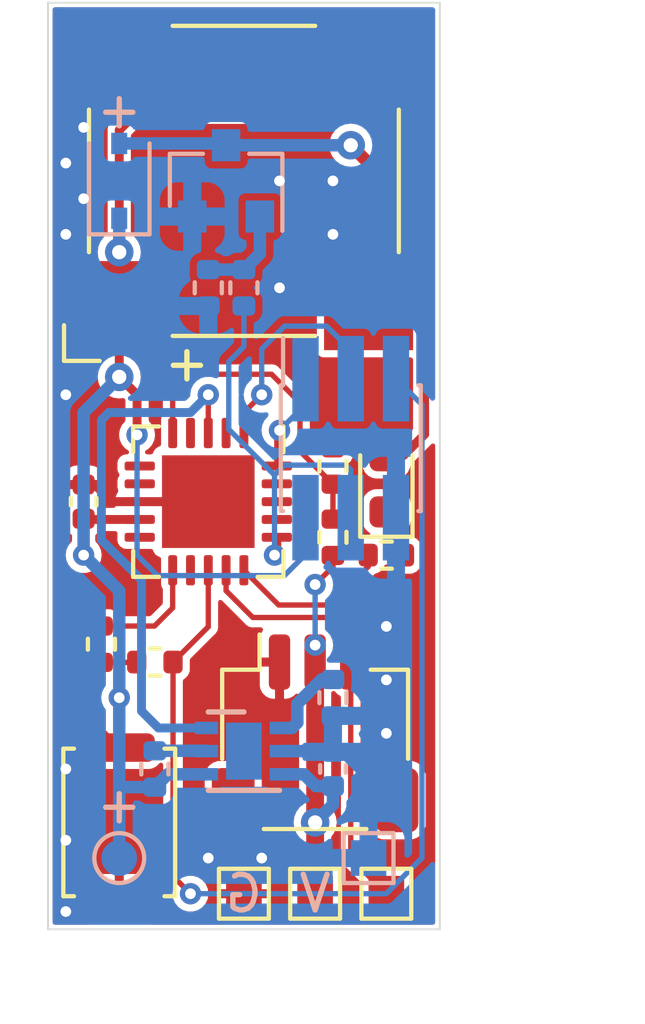
<source format=kicad_pcb>
(kicad_pcb (version 20211014) (generator pcbnew)
  (layers (0 "F.Cu" signal) (31 "B.Cu" signal) (34 "B.Paste" user) (35 "F.Paste" user) (36 "B.SilkS" user "B.Silkscreen") (37 "F.SilkS" user "F.Silkscreen") (38 "B.Mask" user) (39 "F.Mask" user) (44 "Edge.Cuts" user))
  (net 0 "")
  (net 1 "Net-(BZ1-Pad2)")
  (net 2 "VDD")
  (net 3 "GND")
  (net 4 "VCC")
  (net 5 "Net-(D2-Pad1)")
  (net 6 "/PA5_MISO")
  (net 7 "/PA4_SCK")
  (net 8 "/PA6_MOSI")
  (net 9 "/RST")
  (net 10 "/PB2_BZ-")
  (net 11 "Net-(Q1-Pad1)")
  (net 12 "Net-(R3-Pad1)")
  (net 13 "/PA3_SW")
  (net 14 "Net-(R7-Pad1)")
  (net 15 "Net-(R8-Pad1)")
  (net 16 "Net-(R9-Pad1)")
  (net 17 "/~{CHRG}")
  (net 18 "Net-(U1-Pad4)")
  (net 19 "Net-(U1-Pad6)")
  (net 20 "Net-(U1-Pad7)")
  (net 21 "Net-(U1-Pad10)")
  (net 22 "Net-(U1-Pad12)")
  (net 23 "Net-(U1-Pad17)")
  (net 24 "Net-(U1-Pad18)")
  (net 25 "Net-(U1-Pad19)")
  (net 26 "Net-(U1-Pad2)")
  (footprint "Buzzer_Beeper:MagneticBuzzer_CUI_CMT-8504-100-SMT" (layer "F.Cu") (at 160.5 94 90)
    (fp_text reference "BZ1" hide)
    (fp_text value "MLT-8530")
    (fp_text user "+" (at -5.1 -1.6 180) (layer "F.SilkS"))
    (fp_line (start -2 4.35) (end 2 4.35) (layer "F.SilkS") (width 0.12))
    (fp_line (start -5.05 -4.05) (end -5.05 -5.05) (layer "F.SilkS") (width 0.12))
    (fp_line (start -5.05 -5.05) (end -4.05 -5.05) (layer "F.SilkS") (width 0.12))
    (fp_line (start 2 -4.35) (end -2 -4.35) (layer "F.SilkS") (width 0.12))
    (fp_line (start -4.35 -2) (end -4.35 2) (layer "F.SilkS") (width 0.12))
    (fp_line (start 4.35 2) (end 4.35 -2) (layer "F.SilkS") (width 0.12))
    (pad "1" smd rect (at -3.5 -3.5) (size 2.5 2.5) (layers "F.Cu" "F.Paste" "F.Mask") (net 2 "VDD"))
    (pad "2" smd rect (at -3.5 3.5) (size 2.5 2.5) (layers "F.Cu" "F.Paste" "F.Mask") (net 1 "Net-(BZ1-Pad2)"))
    (pad "3" smd rect (at 3.5 3.5) (size 2.5 2.5) (layers "F.Cu" "F.Paste" "F.Mask"))
    (pad "4" smd rect (at 3.5 -3.5) (size 2.5 2.5) (layers "F.Cu" "F.Paste" "F.Mask"))
  )
  (footprint "Capacitor_SMD:C_0402_1005Metric" (layer "F.Cu") (at 156 103 -90)
    (fp_text reference "C1")
    (fp_text value "100nF")
    (fp_line (start -0.107836 0.36) (end 0.107836 0.36) (layer "F.SilkS") (width 0.12))
    (fp_line (start -0.107836 -0.36) (end 0.107836 -0.36) (layer "F.SilkS") (width 0.12))
    (pad "1" smd roundrect locked (at -0.48 0 270) (size 0.56 0.62) (layers "F.Cu" "F.Paste" "F.Mask") (net 3 "GND"))
    (pad "2" smd roundrect locked (at 0.48 0 270) (size 0.56 0.62) (layers "F.Cu" "F.Paste" "F.Mask") (net 2 "VDD"))
  )
  (footprint "LED_SMD:LED_0603_1608Metric" (layer "F.Cu") (at 164.5 102.5 90)
    (fp_text reference "D2")
    (fp_text value "LED")
    (fp_line (start -1.485 0.735) (end 0.8 0.735) (layer "F.SilkS") (width 0.12))
    (fp_line (start -1.485 -0.735) (end -1.485 0.735) (layer "F.SilkS") (width 0.12))
    (fp_line (start 0.8 -0.735) (end -1.485 -0.735) (layer "F.SilkS") (width 0.12))
    (pad "1" smd roundrect locked (at -0.7875 0 90) (size 0.875 0.95) (layers "F.Cu" "F.Paste" "F.Mask") (net 5 "Net-(D2-Pad1)"))
    (pad "2" smd roundrect locked (at 0.7875 0 90) (size 0.875 0.95) (layers "F.Cu" "F.Paste" "F.Mask") (net 2 "VDD"))
  )
  (footprint "TestPoint:TestPoint_Pad_1.0x1.0mm" (layer "F.Cu") (at 162.5 114)
    (fp_text reference "J2")
    (fp_text value "V")
    (fp_line (start -0.7 0.7) (end -0.7 -0.7) (layer "F.SilkS") (width 0.12))
    (fp_line (start 0.7 0.7) (end -0.7 0.7) (layer "F.SilkS") (width 0.12))
    (fp_line (start -0.7 -0.7) (end 0.7 -0.7) (layer "F.SilkS") (width 0.12))
    (fp_line (start 0.7 -0.7) (end 0.7 0.7) (layer "F.SilkS") (width 0.12))
    (pad "1" smd rect locked (at 0 0) (size 1 1) (layers "F.Cu" "F.Mask") (net 4 "VCC"))
  )
  (footprint "TestPoint:TestPoint_Pad_1.0x1.0mm" (layer "F.Cu") (at 160.5 114)
    (fp_text reference "J3")
    (fp_text value "G")
    (fp_line (start 0.7 0.7) (end -0.7 0.7) (layer "F.SilkS") (width 0.12))
    (fp_line (start 0.7 -0.7) (end 0.7 0.7) (layer "F.SilkS") (width 0.12))
    (fp_line (start -0.7 0.7) (end -0.7 -0.7) (layer "F.SilkS") (width 0.12))
    (fp_line (start -0.7 -0.7) (end 0.7 -0.7) (layer "F.SilkS") (width 0.12))
    (pad "1" smd rect locked (at 0 0) (size 1 1) (layers "F.Cu" "F.Mask") (net 3 "GND"))
  )
  (footprint "TestPoint:TestPoint_Pad_1.0x1.0mm" (layer "F.Cu") (at 164.5 114)
    (fp_text reference "J4")
    (fp_text value "BZ")
    (fp_line (start 0.7 -0.7) (end 0.7 0.7) (layer "F.SilkS") (width 0.12))
    (fp_line (start 0.7 0.7) (end -0.7 0.7) (layer "F.SilkS") (width 0.12))
    (fp_line (start -0.7 0.7) (end -0.7 -0.7) (layer "F.SilkS") (width 0.12))
    (fp_line (start -0.7 -0.7) (end 0.7 -0.7) (layer "F.SilkS") (width 0.12))
    (pad "1" smd rect locked (at 0 0) (size 1 1) (layers "F.Cu" "F.Mask") (net 10 "/PB2_BZ-"))
  )
  (footprint "Resistor_SMD:R_0402_1005Metric" (layer "F.Cu") (at 163 104 -90)
    (fp_text reference "R3")
    (fp_text value "100k")
    (fp_line (start -0.153641 -0.38) (end 0.153641 -0.38) (layer "F.SilkS") (width 0.12))
    (fp_line (start -0.153641 0.38) (end 0.153641 0.38) (layer "F.SilkS") (width 0.12))
    (pad "1" smd roundrect locked (at -0.51 0 270) (size 0.54 0.64) (layers "F.Cu" "F.Paste" "F.Mask") (net 12 "Net-(R3-Pad1)"))
    (pad "2" smd roundrect locked (at 0.51 0 270) (size 0.54 0.64) (layers "F.Cu" "F.Paste" "F.Mask") (net 4 "VCC"))
  )
  (footprint "Resistor_SMD:R_0402_1005Metric" (layer "F.Cu") (at 163 102 -90)
    (fp_text reference "R4")
    (fp_text value "10k")
    (fp_line (start -0.153641 -0.38) (end 0.153641 -0.38) (layer "F.SilkS") (width 0.12))
    (fp_line (start -0.153641 0.38) (end 0.153641 0.38) (layer "F.SilkS") (width 0.12))
    (pad "1" smd roundrect locked (at -0.51 0 270) (size 0.54 0.64) (layers "F.Cu" "F.Paste" "F.Mask") (net 3 "GND"))
    (pad "2" smd roundrect locked (at 0.51 0 270) (size 0.54 0.64) (layers "F.Cu" "F.Paste" "F.Mask") (net 12 "Net-(R3-Pad1)"))
  )
  (footprint "Resistor_SMD:R_0402_1005Metric" (layer "F.Cu") (at 158 107.5)
    (fp_text reference "R5")
    (fp_text value "10k")
    (fp_line (start -0.153641 -0.38) (end 0.153641 -0.38) (layer "F.SilkS") (width 0.12))
    (fp_line (start -0.153641 0.38) (end 0.153641 0.38) (layer "F.SilkS") (width 0.12))
    (pad "1" smd roundrect locked (at -0.51 0) (size 0.54 0.64) (layers "F.Cu" "F.Paste" "F.Mask") (net 2 "VDD"))
    (pad "2" smd roundrect locked (at 0.51 0) (size 0.54 0.64) (layers "F.Cu" "F.Paste" "F.Mask") (net 9 "/RST"))
  )
  (footprint "Resistor_SMD:R_0402_1005Metric" (layer "F.Cu") (at 156.5 107 -90)
    (fp_text reference "R6")
    (fp_text value "10k")
    (fp_line (start -0.153641 -0.38) (end 0.153641 -0.38) (layer "F.SilkS") (width 0.12))
    (fp_line (start -0.153641 0.38) (end 0.153641 0.38) (layer "F.SilkS") (width 0.12))
    (pad "1" smd roundrect locked (at -0.51 0 270) (size 0.54 0.64) (layers "F.Cu" "F.Paste" "F.Mask") (net 13 "/PA3_SW"))
    (pad "2" smd roundrect locked (at 0.51 0 270) (size 0.54 0.64) (layers "F.Cu" "F.Paste" "F.Mask") (net 2 "VDD"))
  )
  (footprint "Resistor_SMD:R_0402_1005Metric" (layer "F.Cu") (at 164.5 104.5)
    (fp_text reference "R7" hide)
    (fp_text value "100")
    (fp_line (start -0.153641 -0.38) (end 0.153641 -0.38) (layer "F.SilkS") (width 0.12))
    (fp_line (start -0.153641 0.38) (end 0.153641 0.38) (layer "F.SilkS") (width 0.12))
    (pad "1" smd roundrect locked (at -0.51 0) (size 0.54 0.64) (layers "F.Cu" "F.Paste" "F.Mask") (net 14 "Net-(R7-Pad1)"))
    (pad "2" smd roundrect locked (at 0.51 0) (size 0.54 0.64) (layers "F.Cu" "F.Paste" "F.Mask") (net 5 "Net-(D2-Pad1)"))
  )
  (footprint "Button_Switch_SMD:SW_Push_SPST_NO_Alps_SKRK" (layer "F.Cu") (at 157 112 -90)
    (fp_text reference "SW1")
    (fp_text value "BTN")
    (fp_line (start -2.07 -1.57) (end 2.07 -1.57) (layer "F.SilkS") (width 0.12))
    (fp_line (start -2.07 -1.27) (end -2.07 -1.57) (layer "F.SilkS") (width 0.12))
    (fp_line (start -2.07 1.57) (end -2.07 1.27) (layer "F.SilkS") (width 0.12))
    (fp_line (start 2.07 -1.57) (end 2.07 -1.27) (layer "F.SilkS") (width 0.12))
    (fp_line (start 2.07 1.57) (end -2.07 1.57) (layer "F.SilkS") (width 0.12))
    (fp_line (start 2.07 1.27) (end 2.07 1.57) (layer "F.SilkS") (width 0.12))
    (pad "1" smd roundrect locked (at -2.1 0 270) (size 0.8 2) (layers "F.Cu" "F.Paste" "F.Mask") (net 13 "/PA3_SW"))
    (pad "2" smd roundrect locked (at 2.1 0 270) (size 0.8 2) (layers "F.Cu" "F.Paste" "F.Mask") (net 3 "GND"))
  )
  (footprint "Package_DFN_QFN:QFN-20-1EP_4x4mm_P0.5mm_EP2.6x2.6mm" (layer "F.Cu") (at 159.5 103 -90)
    (fp_text reference "U1")
    (fp_text value "ATtiny24A-MU")
    (fp_line (start 2.11 2.11) (end 2.11 1.385) (layer "F.SilkS") (width 0.12))
    (fp_line (start 1.385 2.11) (end 2.11 2.11) (layer "F.SilkS") (width 0.12))
    (fp_line (start 1.385 -2.11) (end 2.11 -2.11) (layer "F.SilkS") (width 0.12))
    (fp_line (start -1.385 -2.11) (end -2.11 -2.11) (layer "F.SilkS") (width 0.12))
    (fp_line (start -1.385 2.11) (end -2.11 2.11) (layer "F.SilkS") (width 0.12))
    (fp_line (start -2.11 2.11) (end -2.11 1.385) (layer "F.SilkS") (width 0.12))
    (fp_line (start 2.11 -2.11) (end 2.11 -1.385) (layer "F.SilkS") (width 0.12))
    (pad "1" smd roundrect locked (at -1.925 -1 270) (size 0.85 0.25) (layers "F.Cu" "F.Paste" "F.Mask") (net 7 "/PA4_SCK"))
    (pad "2" smd roundrect locked (at -1.925 -0.5 270) (size 0.85 0.25) (layers "F.Cu" "F.Paste" "F.Mask") (net 26 "Net-(U1-Pad2)"))
    (pad "3" smd roundrect locked (at -1.925 0 270) (size 0.85 0.25) (layers "F.Cu" "F.Paste" "F.Mask") (net 17 "/~{CHRG}"))
    (pad "4" smd roundrect locked (at -1.925 0.5 270) (size 0.85 0.25) (layers "F.Cu" "F.Paste" "F.Mask") (net 18 "Net-(U1-Pad4)"))
    (pad "5" smd roundrect locked (at -1.925 1 270) (size 0.85 0.25) (layers "F.Cu" "F.Paste" "F.Mask") (net 12 "Net-(R3-Pad1)"))
    (pad "6" smd roundrect locked (at -1 1.925 270) (size 0.25 0.85) (layers "F.Cu" "F.Paste" "F.Mask") (net 19 "Net-(U1-Pad6)"))
    (pad "7" smd roundrect locked (at -0.5 1.925 270) (size 0.25 0.85) (layers "F.Cu" "F.Paste" "F.Mask") (net 20 "Net-(U1-Pad7)"))
    (pad "8" smd roundrect locked (at 0 1.925 270) (size 0.25 0.85) (layers "F.Cu" "F.Paste" "F.Mask") (net 3 "GND"))
    (pad "9" smd roundrect locked (at 0.5 1.925 270) (size 0.25 0.85) (layers "F.Cu" "F.Paste" "F.Mask") (net 2 "VDD"))
    (pad "10" smd roundrect locked (at 1 1.925 270) (size 0.25 0.85) (layers "F.Cu" "F.Paste" "F.Mask") (net 21 "Net-(U1-Pad10)"))
    (pad "11" smd roundrect locked (at 1.925 1 270) (size 0.85 0.25) (layers "F.Cu" "F.Paste" "F.Mask") (net 13 "/PA3_SW"))
    (pad "12" smd roundrect locked (at 1.925 0.5 270) (size 0.85 0.25) (layers "F.Cu" "F.Paste" "F.Mask") (net 22 "Net-(U1-Pad12)"))
    (pad "13" smd roundrect locked (at 1.925 0 270) (size 0.85 0.25) (layers "F.Cu" "F.Paste" "F.Mask") (net 9 "/RST"))
    (pad "14" smd roundrect locked (at 1.925 -0.5 270) (size 0.85 0.25) (layers "F.Cu" "F.Paste" "F.Mask") (net 10 "/PB2_BZ-"))
    (pad "15" smd roundrect locked (at 1.925 -1 270) (size 0.85 0.25) (layers "F.Cu" "F.Paste" "F.Mask") (net 14 "Net-(R7-Pad1)"))
    (pad "16" smd roundrect locked (at 1 -1.925 270) (size 0.25 0.85) (layers "F.Cu" "F.Paste" "F.Mask") (net 8 "/PA6_MOSI"))
    (pad "17" smd roundrect locked (at 0.5 -1.925 270) (size 0.25 0.85) (layers "F.Cu" "F.Paste" "F.Mask") (net 23 "Net-(U1-Pad17)"))
    (pad "18" smd roundrect locked (at 0 -1.925 270) (size 0.25 0.85) (layers "F.Cu" "F.Paste" "F.Mask") (net 24 "Net-(U1-Pad18)"))
    (pad "19" smd roundrect locked (at -0.5 -1.925 270) (size 0.25 0.85) (layers "F.Cu" "F.Paste" "F.Mask") (net 25 "Net-(U1-Pad19)"))
    (pad "20" smd roundrect locked (at -1 -1.925 270) (size 0.25 0.85) (layers "F.Cu" "F.Paste" "F.Mask") (net 6 "/PA5_MISO"))
    (pad "21" smd rect locked (at 0 0 270) (size 2.6 2.6) (layers "F.Cu" "F.Mask") (net 3 "GND"))
  )
  (footprint "Connector_JST:JST_SH_SM03B-SRSS-TB_1x03-1MP_P1.00mm_Horizontal" (layer "F.Cu") (at 162.5 109.5)
    (fp_text reference "J5" hide)
    (fp_text value "BUZ")
    (fp_line (start -1.56 -1.785) (end -1.56 -2.775) (layer "F.SilkS") (width 0.12))
    (fp_line (start -1.44 2.685) (end 1.44 2.685) (layer "F.SilkS") (width 0.12))
    (fp_line (start -2.61 0.715) (end -2.61 -1.785) (layer "F.SilkS") (width 0.12))
    (fp_line (start 2.61 0.715) (end 2.61 -1.785) (layer "F.SilkS") (width 0.12))
    (fp_line (start 2.61 -1.785) (end 1.56 -1.785) (layer "F.SilkS") (width 0.12))
    (fp_line (start -2.61 -1.785) (end -1.56 -1.785) (layer "F.SilkS") (width 0.12))
    (pad "1" smd roundrect locked (at -1 -2) (size 0.6 1.55) (layers "F.Cu" "F.Paste" "F.Mask") (net 3 "GND"))
    (pad "2" smd roundrect locked (at 0 -2) (size 0.6 1.55) (layers "F.Cu" "F.Paste" "F.Mask") (net 4 "VCC"))
    (pad "3" smd roundrect locked (at 1 -2) (size 0.6 1.55) (layers "F.Cu" "F.Paste" "F.Mask") (net 10 "/PB2_BZ-"))
    (pad "MP" smd roundrect locked (at -2.3 1.875) (size 1.2 1.8) (layers "F.Cu" "F.Paste" "F.Mask") (roundrect_rratio 0.2083325))
    (pad "MP" smd roundrect locked (at 2.3 1.875) (size 1.2 1.8) (layers "F.Cu" "F.Paste" "F.Mask") (roundrect_rratio 0.2083325))
  )
  (footprint "Capacitor_SMD:C_0402_1005Metric" (layer "B.Cu") (at 163 110.5 -90)
    (fp_text reference "C2")
    (fp_text value "1uF")
    (fp_line (start -0.107836 -0.36) (end 0.107836 -0.36) (layer "B.SilkS") (width 0.12))
    (fp_line (start -0.107836 0.36) (end 0.107836 0.36) (layer "B.SilkS") (width 0.12))
    (pad "1" smd roundrect locked (at -0.48 0 270) (size 0.56 0.62) (layers "B.Cu" "B.Paste" "B.Mask") (net 3 "GND"))
    (pad "2" smd roundrect locked (at 0.48 0 270) (size 0.56 0.62) (layers "B.Cu" "B.Paste" "B.Mask") (net 4 "VCC"))
  )
  (footprint "Diode_SMD:D_SOD-323" (layer "B.Cu") (at 157 94 90)
    (fp_text reference "D1")
    (fp_text value "1N4007")
    (fp_line (start -1.5 -0.85) (end 1.05 -0.85) (layer "B.SilkS") (width 0.12))
    (fp_line (start -1.5 0.85) (end -1.5 -0.85) (layer "B.SilkS") (width 0.12))
    (fp_line (start -1.5 0.85) (end 1.05 0.85) (layer "B.SilkS") (width 0.12))
    (pad "1" smd rect locked (at -1.05 0 90) (size 0.6 0.45) (layers "B.Cu" "B.Paste" "B.Mask") (net 2 "VDD"))
    (pad "2" smd rect locked (at 1.05 0 90) (size 0.6 0.45) (layers "B.Cu" "B.Paste" "B.Mask") (net 1 "Net-(BZ1-Pad2)"))
  )
  (footprint "Connector_PinHeader_1.27mm:PinHeader_2x03_P1.27mm_Vertical_SMD" (layer "B.Cu") (at 163.5 101.5 -90)
    (fp_text reference "J1" hide)
    (fp_text value "ISP")
    (fp_line (start -1.765 -1.9) (end -1.765 -1.965) (layer "B.SilkS") (width 0.12))
    (fp_line (start -3.09 1.9) (end -1.765 1.9) (layer "B.SilkS") (width 0.12))
    (fp_line (start 1.765 -1.9) (end 1.765 -1.965) (layer "B.SilkS") (width 0.12))
    (fp_line (start -1.765 1.965) (end -1.765 1.9) (layer "B.SilkS") (width 0.12))
    (fp_line (start -1.765 -1.965) (end 1.765 -1.965) (layer "B.SilkS") (width 0.12))
    (fp_line (start -1.765 1.965) (end 1.765 1.965) (layer "B.SilkS") (width 0.12))
    (fp_line (start 1.765 1.965) (end 1.765 1.9) (layer "B.SilkS") (width 0.12))
    (pad "1" smd rect locked (at -1.95 1.27 270) (size 2.4 0.74) (layers "B.Cu" "B.Paste" "B.Mask") (net 6 "/PA5_MISO"))
    (pad "2" smd rect locked (at 1.95 1.27 270) (size 2.4 0.74) (layers "B.Cu" "B.Paste" "B.Mask") (net 2 "VDD"))
    (pad "3" smd rect locked (at -1.95 0 270) (size 2.4 0.74) (layers "B.Cu" "B.Paste" "B.Mask") (net 7 "/PA4_SCK"))
    (pad "4" smd rect locked (at 1.95 0 270) (size 2.4 0.74) (layers "B.Cu" "B.Paste" "B.Mask") (net 8 "/PA6_MOSI"))
    (pad "5" smd rect locked (at -1.95 -1.27 270) (size 2.4 0.74) (layers "B.Cu" "B.Paste" "B.Mask") (net 9 "/RST"))
    (pad "6" smd rect locked (at 1.95 -1.27 270) (size 2.4 0.74) (layers "B.Cu" "B.Paste" "B.Mask") (net 3 "GND"))
  )
  (footprint "TestPoint:TestPoint_Pad_D1.0mm" (layer "B.Cu") (at 157 113)
    (fp_text reference "J6")
    (fp_text value "B+")
    (fp_circle (center 0 0) (end 0 -0.7) (layer "B.SilkS") (width 0.12) (fill none))
    (pad "1" smd circle locked (at 0 0) (size 1 1) (layers "B.Cu" "B.Mask") (net 2 "VDD"))
  )
  (footprint "TestPoint:TestPoint_Pad_1.0x1.0mm" (layer "B.Cu") (at 164 113 180)
    (fp_text reference "J7")
    (fp_text value "B-")
    (fp_line (start 0.7 0.7) (end 0.7 -0.7) (layer "B.SilkS") (width 0.12))
    (fp_line (start -0.7 -0.7) (end -0.7 0.7) (layer "B.SilkS") (width 0.12))
    (fp_line (start -0.7 0.7) (end 0.7 0.7) (layer "B.SilkS") (width 0.12))
    (fp_line (start 0.7 -0.7) (end -0.7 -0.7) (layer "B.SilkS") (width 0.12))
    (pad "1" smd rect locked (at 0 0 180) (size 1 1) (layers "B.Cu" "B.Mask") (net 3 "GND"))
  )
  (footprint "Package_TO_SOT_SMD:SOT-23" (layer "B.Cu") (at 160 94 90)
    (fp_text reference "Q1")
    (fp_text value "2N7002")
    (fp_line (start 0.76 1.58) (end 0.76 0.65) (layer "B.SilkS") (width 0.12))
    (fp_line (start 0.76 -1.58) (end -0.7 -1.58) (layer "B.SilkS") (width 0.12))
    (fp_line (start 0.76 -1.58) (end 0.76 -0.65) (layer "B.SilkS") (width 0.12))
    (fp_line (start 0.76 1.58) (end -1.4 1.58) (layer "B.SilkS") (width 0.12))
    (pad "1" smd rect locked (at -1 0.95 90) (size 0.9 0.8) (layers "B.Cu" "B.Paste" "B.Mask") (net 11 "Net-(Q1-Pad1)"))
    (pad "2" smd rect locked (at -1 -0.95 90) (size 0.9 0.8) (layers "B.Cu" "B.Paste" "B.Mask") (net 3 "GND"))
    (pad "3" smd rect locked (at 1 0 90) (size 0.9 0.8) (layers "B.Cu" "B.Paste" "B.Mask") (net 1 "Net-(BZ1-Pad2)"))
  )
  (footprint "Resistor_SMD:R_0402_1005Metric" (layer "B.Cu") (at 160.5 97 -90)
    (fp_text reference "R1")
    (fp_text value "100")
    (fp_line (start -0.153641 0.38) (end 0.153641 0.38) (layer "B.SilkS") (width 0.12))
    (fp_line (start -0.153641 -0.38) (end 0.153641 -0.38) (layer "B.SilkS") (width 0.12))
    (pad "1" smd roundrect locked (at -0.51 0 270) (size 0.54 0.64) (layers "B.Cu" "B.Paste" "B.Mask") (net 11 "Net-(Q1-Pad1)"))
    (pad "2" smd roundrect locked (at 0.51 0 270) (size 0.54 0.64) (layers "B.Cu" "B.Paste" "B.Mask") (net 8 "/PA6_MOSI"))
  )
  (footprint "Resistor_SMD:R_0402_1005Metric" (layer "B.Cu") (at 159.5 97 -90)
    (fp_text reference "R2")
    (fp_text value "10k")
    (fp_line (start -0.153641 -0.38) (end 0.153641 -0.38) (layer "B.SilkS") (width 0.12))
    (fp_line (start -0.153641 0.38) (end 0.153641 0.38) (layer "B.SilkS") (width 0.12))
    (pad "1" smd roundrect locked (at -0.51 0 270) (size 0.54 0.64) (layers "B.Cu" "B.Paste" "B.Mask") (net 11 "Net-(Q1-Pad1)"))
    (pad "2" smd roundrect locked (at 0.51 0 270) (size 0.54 0.64) (layers "B.Cu" "B.Paste" "B.Mask") (net 3 "GND"))
  )
  (footprint "Resistor_SMD:R_0402_1005Metric" (layer "B.Cu") (at 158 110.5 -90)
    (fp_text reference "R9")
    (fp_text value "1M")
    (fp_line (start -0.153641 0.38) (end 0.153641 0.38) (layer "B.SilkS") (width 0.12))
    (fp_line (start -0.153641 -0.38) (end 0.153641 -0.38) (layer "B.SilkS") (width 0.12))
    (pad "1" smd roundrect locked (at -0.51 0 270) (size 0.54 0.64) (layers "B.Cu" "B.Paste" "B.Mask") (net 16 "Net-(R9-Pad1)"))
    (pad "2" smd roundrect locked (at 0.51 0 270) (size 0.54 0.64) (layers "B.Cu" "B.Paste" "B.Mask") (net 2 "VDD"))
  )
  (footprint "Package_DFN_QFN:DFN-6-1EP_2x2mm_P0.65mm_EP1x1.6mm" (layer "B.Cu") (at 160.5 110 180)
    (fp_text reference "U2")
    (fp_text value "LP4059")
    (fp_line (start 0 1.1) (end 1 1.1) (layer "B.SilkS") (width 0.15))
    (fp_line (start -1 -1.1) (end 1 -1.1) (layer "B.SilkS") (width 0.15))
    (pad "1" smd rect locked (at -1.05 0.65 180) (size 0.65 0.35) (layers "B.Cu" "B.Paste" "B.Mask") (net 15 "Net-(R8-Pad1)"))
    (pad "2" smd rect locked (at -1.05 0 180) (size 0.65 0.35) (layers "B.Cu" "B.Paste" "B.Mask") (net 3 "GND"))
    (pad "3" smd rect locked (at -1.05 -0.65 180) (size 0.65 0.35) (layers "B.Cu" "B.Paste" "B.Mask") (net 4 "VCC"))
    (pad "4" smd rect locked (at 1.05 -0.65 180) (size 0.65 0.35) (layers "B.Cu" "B.Paste" "B.Mask") (net 2 "VDD"))
    (pad "5" smd rect locked (at 1.05 0 180) (size 0.65 0.35) (layers "B.Cu" "B.Paste" "B.Mask") (net 16 "Net-(R9-Pad1)"))
    (pad "6" smd rect locked (at 1.05 0.65 180) (size 0.65 0.35) (layers "B.Cu" "B.Paste" "B.Mask") (net 17 "/~{CHRG}"))
    (pad "7" smd rect locked (at 0 0 180) (size 1 1.6) (layers "B.Cu" "B.Mask"))
  )
  (footprint "Resistor_SMD:R_0402_1005Metric" (layer "B.Cu") (at 163 108.5 -90)
    (fp_text reference "R8")
    (fp_text value "6.04k")
    (fp_line (start -0.153641 0.38) (end 0.153641 0.38) (layer "B.SilkS") (width 0.12))
    (fp_line (start -0.153641 -0.38) (end 0.153641 -0.38) (layer "B.SilkS") (width 0.12))
    (pad "1" smd roundrect locked (at -0.51 0 270) (size 0.54 0.64) (layers "B.Cu" "B.Paste" "B.Mask") (net 15 "Net-(R8-Pad1)"))
    (pad "2" smd roundrect locked (at 0.51 0 270) (size 0.54 0.64) (layers "B.Cu" "B.Paste" "B.Mask") (net 3 "GND"))
  )
  (gr_line (start 155 89) (end 155 115) (layer "Edge.Cuts") (width 0.05))
  (gr_line (start 166 89) (end 155 89) (layer "Edge.Cuts") (width 0.05))
  (gr_line (start 166 115) (end 166 89) (layer "Edge.Cuts") (width 0.05))
  (gr_line (start 155 115) (end 166 115) (layer "Edge.Cuts") (width 0.05))
  (gr_text "+" (at 157 92) (layer "B.SilkS") (effects (font (size 1 1)) (justify mirror)))
  (gr_text "G" (at 160.5 114) (layer "B.SilkS") (effects (font (size 1 1)) (justify mirror)))
  (gr_text "+" (at 157 111.5) (layer "B.SilkS") (effects (font (size 1 1)) (justify mirror)))
  (gr_text "V" (at 162.5 114) (layer "B.SilkS") (effects (font (size 1 1)) (justify mirror)))
  (segment (start 164 93.5) (end 163.5 93) (width 0.35) (layer "F.Cu") (net 1))
  (segment (start 164 97.5) (end 164 93.5) (width 0.35) (layer "F.Cu") (net 1))
  (via (at 163.5 93) (size 0.8) (drill 0.4) (layers "F.Cu" "B.Cu") (net 1))
  (segment (start 159.95 92.95) (end 160 93) (width 0.35) (layer "B.Cu") (net 1))
  (segment (start 163.5 93) (end 160 93) (width 0.35) (layer "B.Cu") (net 1))
  (segment (start 157 92.95) (end 159.95 92.95) (width 0.35) (layer "B.Cu") (net 1))
  (segment (start 157.48 107.51) (end 157.49 107.5) (width 0.15) (layer "F.Cu") (net 2))
  (segment (start 157 97.5) (end 157 96) (width 0.35) (layer "F.Cu") (net 2))
  (segment (start 156.5 107.51) (end 156.99 107.51) (width 0.15) (layer "F.Cu") (net 2))
  (segment (start 157.5 101.125) (end 157.5 100) (width 0.25) (layer "F.Cu") (net 2))
  (segment (start 165.575001 101.112499) (end 164.975 101.7125) (width 0.25) (layer "F.Cu") (net 2))
  (segment (start 163.648003 92.075001) (end 165.575001 94.001999) (width 0.25) (layer "F.Cu") (net 2))
  (segment (start 157 99.5) (end 157 97.5) (width 0.25) (layer "F.Cu") (net 2))
  (segment (start 157.5 92.075001) (end 163.648003 92.075001) (width 0.25) (layer "F.Cu") (net 2))
  (segment (start 156.02 103.5) (end 156 103.48) (width 0.25) (layer "F.Cu") (net 2))
  (segment (start 156 104.5) (end 156 103.48) (width 0.25) (layer "F.Cu") (net 2))
  (segment (start 157.575 103.5) (end 156.02 103.5) (width 0.25) (layer "F.Cu") (net 2))
  (segment (start 157.5 107.51) (end 157.49 107.5) (width 0.25) (layer "F.Cu") (net 2))
  (segment (start 157 92.575001) (end 157.5 92.075001) (width 0.25) (layer "F.Cu") (net 2))
  (segment (start 164.975 101.7125) (end 164.5 101.7125) (width 0.25) (layer "F.Cu") (net 2))
  (segment (start 156.99 107.51) (end 157.48 107.51) (width 0.15) (layer "F.Cu") (net 2))
  (segment (start 157 107.52) (end 156.99 107.51) (width 0.15) (layer "F.Cu") (net 2))
  (segment (start 157.5 100) (end 157 99.5) (width 0.25) (layer "F.Cu") (net 2))
  (segment (start 157 96) (end 157 92.575001) (width 0.25) (layer "F.Cu") (net 2))
  (segment (start 165.575001 94.001999) (end 165.575001 101.112499) (width 0.25) (layer "F.Cu") (net 2))
  (segment (start 157 108.5) (end 157 107.52) (width 0.15) (layer "F.Cu") (net 2))
  (via (at 157 108.5) (size 0.6) (drill 0.3) (layers "F.Cu" "B.Cu") (net 2))
  (via (at 156 104.5) (size 0.6) (drill 0.3) (layers "F.Cu" "B.Cu") (net 2))
  (via (at 157 99.5) (size 0.8) (drill 0.4) (layers "F.Cu" "B.Cu") (net 2))
  (via (at 157 96) (size 0.8) (drill 0.4) (layers "F.Cu" "B.Cu") (net 2))
  (via (at 157.5 101.125) (size 0.6) (drill 0.3) (layers "F.Cu" "B.Cu") (net 2))
  (segment (start 157 108.5) (end 157 105.5) (width 0.35) (layer "B.Cu") (net 2))
  (segment (start 157 113) (end 157 112.01) (width 0.35) (layer "B.Cu") (net 2))
  (segment (start 161.635999 105.075001) (end 158.075001 105.075001) (width 0.15) (layer "B.Cu") (net 2))
  (segment (start 159.45 110.65) (end 158.36 110.65) (width 0.35) (layer "B.Cu") (net 2))
  (segment (start 156 104.5) (end 156 100.5) (width 0.35) (layer "B.Cu") (net 2))
  (segment (start 157 112.01) (end 157 111) (width 0.35) (layer "B.Cu") (net 2))
  (segment (start 157.5 101.494988) (end 157.5 101.125) (width 0.15) (layer "B.Cu") (net 2))
  (segment (start 157 109) (end 157 108.5) (width 0.35) (layer "B.Cu") (net 2))
  (segment (start 162.23 104.481) (end 161.635999 105.075001) (width 0.15) (layer "B.Cu") (net 2))
  (segment (start 158 111.01) (end 157.01 111.01) (width 0.35) (layer "B.Cu") (net 2))
  (segment (start 158.075001 105.075001) (end 157.5 104.5) (width 0.15) (layer "B.Cu") (net 2))
  (segment (start 157.5 104.5) (end 157.5 101.494988) (width 0.15) (layer "B.Cu") (net 2))
  (segment (start 157 96) (end 157 95.05) (width 0.35) (layer "B.Cu") (net 2))
  (segment (start 157.01 111.01) (end 157 111) (width 0.35) (layer "B.Cu") (net 2))
  (segment (start 157 105.5) (end 156 104.5) (width 0.35) (layer "B.Cu") (net 2))
  (segment (start 162.23 103.45) (end 162.23 104.481) (width 0.15) (layer "B.Cu") (net 2))
  (segment (start 158.36 110.65) (end 158 111.01) (width 0.35) (layer "B.Cu") (net 2))
  (segment (start 157 108.5) (end 157 108.5) (width 0.35) (layer "B.Cu") (net 2))
  (segment (start 157 111) (end 157 109) (width 0.35) (layer "B.Cu") (net 2))
  (segment (start 156 100.5) (end 157 99.5) (width 0.35) (layer "B.Cu") (net 2))
  (segment (start 156.31 102.52) (end 156.79 103) (width 0.25) (layer "F.Cu") (net 3))
  (segment (start 156.79 103) (end 157.575 103) (width 0.25) (layer "F.Cu") (net 3))
  (segment (start 156 102.52) (end 156.31 102.52) (width 0.25) (layer "F.Cu") (net 3))
  (via (at 161.5 94) (size 0.6) (drill 0.3) (layers "F.Cu" "B.Cu") (net 3))
  (via (at 163 95.5) (size 0.6) (drill 0.3) (layers "F.Cu" "B.Cu") (net 3))
  (via (at 155.5 100) (size 0.6) (drill 0.3) (layers "F.Cu" "B.Cu") (net 3))
  (via (at 161.5 97) (size 0.6) (drill 0.3) (layers "F.Cu" "B.Cu") (net 3))
  (via (at 161 113) (size 0.6) (drill 0.3) (layers "F.Cu" "B.Cu") (net 3))
  (via (at 156 92.5) (size 0.6) (drill 0.3) (layers "F.Cu" "B.Cu") (net 3))
  (via (at 164.5 106.5) (size 0.6) (drill 0.3) (layers "F.Cu" "B.Cu") (net 3))
  (via (at 155.5 110.5) (size 0.6) (drill 0.3) (layers "F.Cu" "B.Cu") (net 3))
  (via (at 155.5 112.5) (size 0.6) (drill 0.3) (layers "F.Cu" "B.Cu") (net 3))
  (via (at 164.5 109.5) (size 0.6) (drill 0.3) (layers "F.Cu" "B.Cu") (net 3))
  (via (at 155.5 114.5) (size 0.6) (drill 0.3) (layers "F.Cu" "B.Cu") (net 3))
  (via (at 156 94.5) (size 0.6) (drill 0.3) (layers "F.Cu" "B.Cu") (net 3))
  (via (at 159.5 113) (size 0.6) (drill 0.3) (layers "F.Cu" "B.Cu") (net 3))
  (via (at 155.5 93.5) (size 0.6) (drill 0.3) (layers "F.Cu" "B.Cu") (net 3))
  (via (at 164.5 108) (size 0.6) (drill 0.3) (layers "F.Cu" "B.Cu") (net 3))
  (via (at 163 94) (size 0.6) (drill 0.3) (layers "F.Cu" "B.Cu") (net 3))
  (via (at 155.5 95.5) (size 0.6) (drill 0.3) (layers "F.Cu" "B.Cu") (net 3))
  (segment (start 164 113) (end 164 110.71) (width 0.35) (layer "B.Cu") (net 3))
  (segment (start 162.98 110) (end 163 110.02) (width 0.35) (layer "B.Cu") (net 3))
  (segment (start 161.55 110) (end 162.98 110) (width 0.35) (layer "B.Cu") (net 3))
  (segment (start 163.31 110.02) (end 163 110.02) (width 0.35) (layer "B.Cu") (net 3))
  (segment (start 164 110.71) (end 163.31 110.02) (width 0.35) (layer "B.Cu") (net 3))
  (segment (start 162.5 112) (end 162.5 107.5) (width 0.5) (layer "F.Cu") (net 4))
  (segment (start 163 104.51) (end 163 104.82498) (width 0.15) (layer "F.Cu") (net 4))
  (segment (start 162.5 107.5) (end 162.5 107.02499) (width 0.35) (layer "F.Cu") (net 4))
  (segment (start 163 104.82498) (end 162.5 105.32498) (width 0.15) (layer "F.Cu") (net 4))
  (segment (start 162.5 114) (end 162.5 112) (width 0.5) (layer "F.Cu") (net 4))
  (via (at 162.5 112) (size 0.8) (drill 0.4) (layers "F.Cu" "B.Cu") (net 4))
  (via (at 162.5 107.02499) (size 0.6) (drill 0.3) (layers "F.Cu" "B.Cu") (net 4))
  (via (at 162.5 105.32498) (size 0.6) (drill 0.3) (layers "F.Cu" "B.Cu") (net 4))
  (segment (start 162.19 110.65) (end 161.55 110.65) (width 0.35) (layer "B.Cu") (net 4))
  (segment (start 163 110.98) (end 163 111.5) (width 0.35) (layer "B.Cu") (net 4))
  (segment (start 162.5 107.02499) (end 162.5 105.32498) (width 0.15) (layer "B.Cu") (net 4))
  (segment (start 162.52 110.98) (end 162.19 110.65) (width 0.35) (layer "B.Cu") (net 4))
  (segment (start 163 111.5) (end 162.5 112) (width 0.35) (layer "B.Cu") (net 4))
  (segment (start 163 110.98) (end 162.52 110.98) (width 0.35) (layer "B.Cu") (net 4))
  (segment (start 165.01 104.5) (end 165 104.5) (width 0.25) (layer "F.Cu") (net 5))
  (segment (start 165 104.5) (end 164.5 104) (width 0.15) (layer "F.Cu") (net 5))
  (segment (start 164.5 104) (end 164.5 103.2875) (width 0.15) (layer "F.Cu") (net 5))
  (segment (start 161.425 102) (end 161.425 101.075) (width 0.15) (layer "F.Cu") (net 6))
  (segment (start 161.425 101.075) (end 161.5 101) (width 0.15) (layer "F.Cu") (net 6))
  (via (at 161.5 101) (size 0.6) (drill 0.3) (layers "F.Cu" "B.Cu") (net 6))
  (segment (start 161.5 101) (end 162.23 100.27) (width 0.15) (layer "B.Cu") (net 6))
  (segment (start 162.23 100.27) (end 162.23 99.55) (width 0.15) (layer "B.Cu") (net 6))
  (segment (start 160.5 100.5) (end 161 100) (width 0.15) (layer "F.Cu") (net 7))
  (segment (start 160.5 101.075) (end 160.5 100.5) (width 0.15) (layer "F.Cu") (net 7))
  (via (at 161 100) (size 0.6) (drill 0.3) (layers "F.Cu" "B.Cu") (net 7))
  (segment (start 161 98.714998) (end 161.639999 98.074999) (width 0.15) (layer "B.Cu") (net 7))
  (segment (start 163.5 98.754998) (end 163.5 99.55) (width 0.15) (layer "B.Cu") (net 7))
  (segment (start 162.820001 98.074999) (end 163.5 98.754998) (width 0.15) (layer "B.Cu") (net 7))
  (segment (start 161.639999 98.074999) (end 162.820001 98.074999) (width 0.15) (layer "B.Cu") (net 7))
  (segment (start 161 100) (end 161 98.714998) (width 0.15) (layer "B.Cu") (net 7))
  (segment (start 161.425 104) (end 161.425 104.434998) (width 0.25) (layer "F.Cu") (net 8))
  (segment (start 161.425 104.434998) (end 161.359998 104.5) (width 0.25) (layer "F.Cu") (net 8))
  (via (at 161.359998 104.5) (size 0.6) (drill 0.3) (layers "F.Cu" "B.Cu") (net 8))
  (segment (start 161.359998 104.5) (end 161.359998 102.255) (width 0.15) (layer "B.Cu") (net 8))
  (segment (start 161.359998 102.255) (end 160.075001 100.970003) (width 0.15) (layer "B.Cu") (net 8))
  (segment (start 161.359998 102.255) (end 161.639999 101.974999) (width 0.15) (layer "B.Cu") (net 8))
  (segment (start 160.5 98.650002) (end 160.5 97.51) (width 0.15) (layer "B.Cu") (net 8))
  (segment (start 160.075001 99.075001) (end 160.5 98.650002) (width 0.15) (layer "B.Cu") (net 8))
  (segment (start 161.639999 101.974999) (end 163.374999 101.974999) (width 0.15) (layer "B.Cu") (net 8))
  (segment (start 163.374999 101.974999) (end 163.5 102.1) (width 0.15) (layer "B.Cu") (net 8))
  (segment (start 160.075001 100.970003) (end 160.075001 99.075001) (width 0.15) (layer "B.Cu") (net 8))
  (segment (start 163.5 102.1) (end 163.5 103.45) (width 0.15) (layer "B.Cu") (net 8))
  (segment (start 158.51 107.5) (end 158.51 113.51) (width 0.15) (layer "F.Cu") (net 9))
  (segment (start 159.5 106.51) (end 159.5 104.925) (width 0.15) (layer "F.Cu") (net 9))
  (segment (start 158.51 113.51) (end 159 114) (width 0.15) (layer "F.Cu") (net 9))
  (segment (start 158.51 107.5) (end 159.5 106.51) (width 0.15) (layer "F.Cu") (net 9))
  (via (at 159 114) (size 0.6) (drill 0.3) (layers "F.Cu" "B.Cu") (net 9))
  (segment (start 165.5 100.28) (end 164.77 99.55) (width 0.15) (layer "B.Cu") (net 9))
  (segment (start 164.495002 114) (end 165.5 112.995002) (width 0.15) (layer "B.Cu") (net 9))
  (segment (start 159 114) (end 164.495002 114) (width 0.15) (layer "B.Cu") (net 9))
  (segment (start 165.5 112.995002) (end 165.5 100.28) (width 0.15) (layer "B.Cu") (net 9))
  (segment (start 163.5 107.5) (end 163.5 113) (width 0.15) (layer "F.Cu") (net 10))
  (segment (start 163.5 106.725) (end 163.024991 106.249991) (width 0.15) (layer "F.Cu") (net 10))
  (segment (start 160.749991 106.249991) (end 160 105.5) (width 0.15) (layer "F.Cu") (net 10))
  (segment (start 160 105.5) (end 160 104.925) (width 0.15) (layer "F.Cu") (net 10))
  (segment (start 163.5 107.5) (end 163.5 106.725) (width 0.15) (layer "F.Cu") (net 10))
  (segment (start 163.024991 106.249991) (end 160.749991 106.249991) (width 0.15) (layer "F.Cu") (net 10))
  (segment (start 163.5 113) (end 164.5 114) (width 0.15) (layer "F.Cu") (net 10))
  (segment (start 160.5 96.49) (end 159.5 96.49) (width 0.35) (layer "B.Cu") (net 11))
  (segment (start 160.95 96.04) (end 160.5 96.49) (width 0.35) (layer "B.Cu") (net 11))
  (segment (start 160.95 95) (end 160.95 96.04) (width 0.35) (layer "B.Cu") (net 11))
  (segment (start 162.075001 100.223999) (end 161.276001 99.424999) (width 0.15) (layer "F.Cu") (net 12))
  (segment (start 159.223999 99.424999) (end 158.5 100.148998) (width 0.15) (layer "F.Cu") (net 12))
  (segment (start 163 102.51) (end 162.908022 102.51) (width 0.25) (layer "F.Cu") (net 12))
  (segment (start 163 102.51) (end 162.075001 101.585001) (width 0.15) (layer "F.Cu") (net 12))
  (segment (start 162.075001 101.585001) (end 162.075001 100.223999) (width 0.15) (layer "F.Cu") (net 12))
  (segment (start 163 103.49) (end 163 102.51) (width 0.15) (layer "F.Cu") (net 12))
  (segment (start 161.276001 99.424999) (end 159.223999 99.424999) (width 0.15) (layer "F.Cu") (net 12))
  (segment (start 158.5 100.148998) (end 158.5 101.075) (width 0.15) (layer "F.Cu") (net 12))
  (segment (start 157.99 106.49) (end 158.5 105.98) (width 0.15) (layer "F.Cu") (net 13))
  (segment (start 155.90499 107.08501) (end 156.5 106.49) (width 0.15) (layer "F.Cu") (net 13))
  (segment (start 156.5 106.49) (end 157.99 106.49) (width 0.15) (layer "F.Cu") (net 13))
  (segment (start 157 109.9) (end 155.90499 108.80499) (width 0.15) (layer "F.Cu") (net 13))
  (segment (start 158.5 105.98) (end 158.5 104.925) (width 0.15) (layer "F.Cu") (net 13))
  (segment (start 155.90499 108.80499) (end 155.90499 107.08501) (width 0.15) (layer "F.Cu") (net 13))
  (segment (start 162.910019 105.899981) (end 161.474981 105.899981) (width 0.15) (layer "F.Cu") (net 14))
  (segment (start 163.99 104.5) (end 163.99 104.82) (width 0.15) (layer "F.Cu") (net 14))
  (segment (start 163.99 104.82) (end 162.910019 105.899981) (width 0.15) (layer "F.Cu") (net 14))
  (segment (start 161.474981 105.899981) (end 160.5 104.925) (width 0.15) (layer "F.Cu") (net 14))
  (segment (start 162 108.67) (end 162.68 107.99) (width 0.35) (layer "B.Cu") (net 15))
  (segment (start 162.68 107.99) (end 163 107.99) (width 0.35) (layer "B.Cu") (net 15))
  (segment (start 161.85 109.35) (end 162 109.2) (width 0.35) (layer "B.Cu") (net 15))
  (segment (start 162 109.2) (end 162 108.67) (width 0.35) (layer "B.Cu") (net 15))
  (segment (start 161.55 109.35) (end 161.85 109.35) (width 0.35) (layer "B.Cu") (net 15))
  (segment (start 159.44 109.99) (end 159.45 110) (width 0.35) (layer "B.Cu") (net 16))
  (segment (start 158 109.99) (end 159.44 109.99) (width 0.35) (layer "B.Cu") (net 16))
  (segment (start 159.5 101.075) (end 159.5 100) (width 0.15) (layer "F.Cu") (net 17))
  (via (at 159.5 100) (size 0.6) (drill 0.3) (layers "F.Cu" "B.Cu") (net 17))
  (segment (start 156.5 100.70712) (end 156.5 104.074998) (width 0.25) (layer "B.Cu") (net 17))
  (segment (start 159 100.5) (end 156.70712 100.5) (width 0.25) (layer "B.Cu") (net 17))
  (segment (start 158.475001 109.35) (end 159.45 109.35) (width 0.25) (layer "B.Cu") (net 17))
  (segment (start 156.5 104.074998) (end 157.625001 105.199999) (width 0.25) (layer "B.Cu") (net 17))
  (segment (start 157.625001 105.199999) (end 157.625001 108.874999) (width 0.25) (layer "B.Cu") (net 17))
  (segment (start 158.100002 109.35) (end 158.475001 109.35) (width 0.25) (layer "B.Cu") (net 17))
  (segment (start 156.70712 100.5) (end 156.5 100.70712) (width 0.25) (layer "B.Cu") (net 17))
  (segment (start 157.625001 108.874999) (end 158.100002 109.35) (width 0.25) (layer "B.Cu") (net 17))
  (segment (start 159.5 100) (end 159 100.5) (width 0.25) (layer "B.Cu") (net 17))
  (zone (net 3) (net_name "GND") (layer "F.Cu") (connect_pads (clearance 0.127)) (min_thickness 0.127) (fill yes (thermal_gap 0.254) (thermal_bridge_width 0.254))
    (polygon (pts (xy 166 115) (xy 155 115) (xy 155 89) (xy 166 89)))
  )
  (zone (net 3) (net_name "GND") (layer "B.Cu") (connect_pads (clearance 0.127)) (min_thickness 0.15) (fill yes (thermal_gap 0.508) (thermal_bridge_width 0.508))
    (polygon (pts (xy 166 115) (xy 155 115) (xy 155 89) (xy 166 89)))
  )
)
</source>
